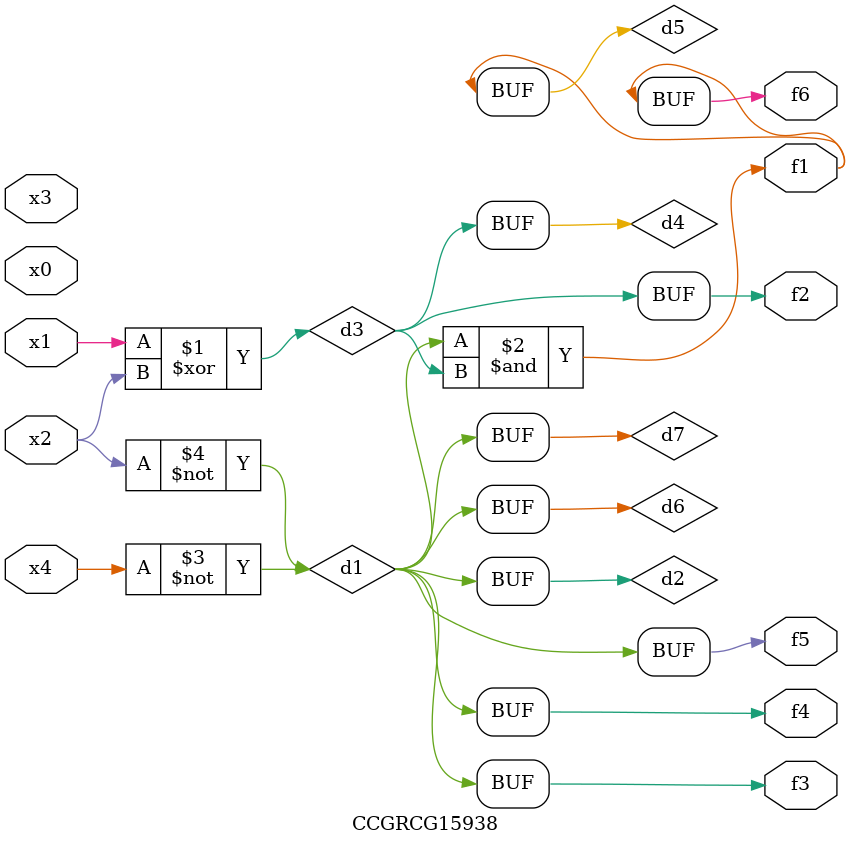
<source format=v>
module CCGRCG15938(
	input x0, x1, x2, x3, x4,
	output f1, f2, f3, f4, f5, f6
);

	wire d1, d2, d3, d4, d5, d6, d7;

	not (d1, x4);
	not (d2, x2);
	xor (d3, x1, x2);
	buf (d4, d3);
	and (d5, d1, d3);
	buf (d6, d1, d2);
	buf (d7, d2);
	assign f1 = d5;
	assign f2 = d4;
	assign f3 = d7;
	assign f4 = d7;
	assign f5 = d7;
	assign f6 = d5;
endmodule

</source>
